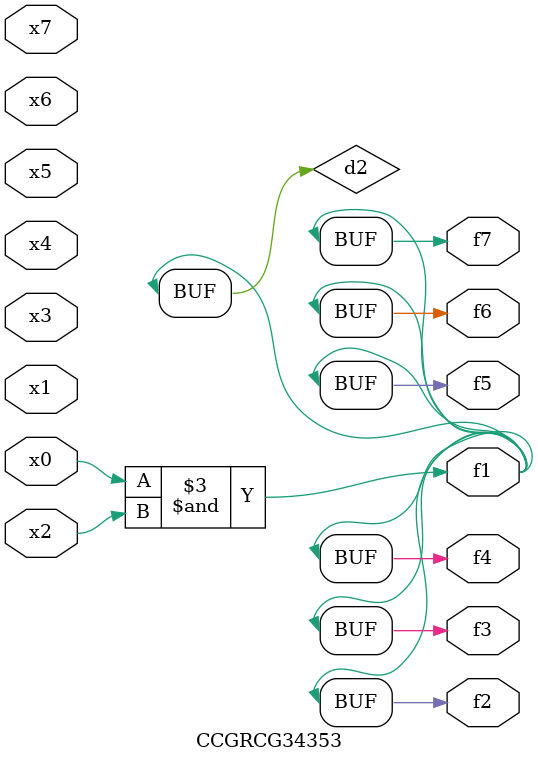
<source format=v>
module CCGRCG34353(
	input x0, x1, x2, x3, x4, x5, x6, x7,
	output f1, f2, f3, f4, f5, f6, f7
);

	wire d1, d2;

	nor (d1, x3, x6);
	and (d2, x0, x2);
	assign f1 = d2;
	assign f2 = d2;
	assign f3 = d2;
	assign f4 = d2;
	assign f5 = d2;
	assign f6 = d2;
	assign f7 = d2;
endmodule

</source>
